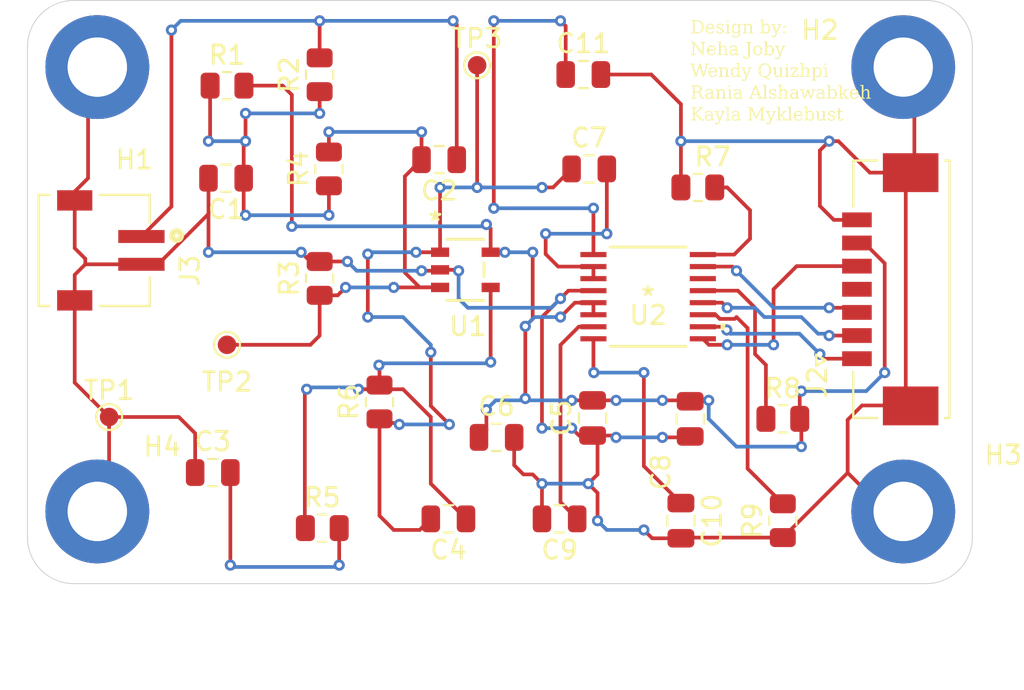
<source format=kicad_pcb>
(kicad_pcb (version 20240108) (generator "pcbnew") (generator_version "8.0")
  (layers (0 "F.Cu" signal) (31 "B.Cu" signal) (34 "B.Paste" user) (35 "F.Paste" user) (36 "B.SilkS" user "B.Silkscreen") (37 "F.SilkS" user "F.Silkscreen") (38 "B.Mask" user) (39 "F.Mask" user) (44 "Edge.Cuts" user))
  (net 0 "")
  (net 1 "Net-(C1-Pad1)")
  (net 2 "GND")
  (net 3 "Net-(U1-+IN)")
  (net 4 "Net-(C2-Pad1)")
  (net 5 "Net-(C3-Pad2)")
  (net 6 "Net-(U1-OUT)")
  (net 7 "Net-(U1--IN)")
  (net 8 "+3V3")
  (net 9 "Net-(U2-LIN)")
  (net 10 "Net-(U2-GSEL)")
  (net 11 "Net-(U2-REGO)")
  (net 12 "Net-(U2-VCOM)")
  (net 13 "Net-(U2-CKS)")
  (net 14 "Net-(U2-MCLK)")
  (net 15 "Net-(U2-SDTO)")
  (net 16 "Net-(U2-LRCK)")
  (net 17 "Net-(U2-BICK)")
  (net 19 "Net-(U2-FSEL)")
  (net 20 "Net-(U2-PDN)")
  (net 21 "unconnected-(U2-DIF{slash}TDMI-Pad14)")
  (footprint "Footprints:ADC" (layer "F.Cu") (at 161.7305 81.900002)
    (property "Reference" "U2" (at 0 1 0) (layer "F.SilkS"))
    (property "Value" "~")
    (fp_text user "*" (at 0 0 0) (layer "F.SilkS"))
    (fp_text user "*" (at 0 0 0) (layer "F.SilkS"))
    (pad "1" smd rect (at -2.95275 -2.274999) (size 1.4097 0.2794) (layers "F.Cu" "F.Paste" "F.Mask") (net 12 "Net-(U2-VCOM)"))
    (pad "2" smd rect (at -2.95275 -1.625001) (size 1.4097 0.2794) (layers "F.Cu" "F.Paste" "F.Mask") (net 9 "Net-(U2-LIN)"))
    (pad "3" smd rect (at -2.95275 -0.974999) (size 1.4097 0.2794) (layers "F.Cu" "F.Paste" "F.Mask") (net 9 "Net-(U2-LIN)"))
    (pad "4" smd rect (at -2.95275 -0.325001) (size 1.4097 0.2794) (layers "F.Cu" "F.Paste" "F.Mask") (net 2 "GND"))
    (pad "5" smd rect (at -2.95275 0.324998) (size 1.4097 0.2794) (layers "F.Cu" "F.Paste" "F.Mask") (net 8 "+3V3"))
    (pad "6" smd rect (at -2.95275 0.974999) (size 1.4097 0.2794) (layers "F.Cu" "F.Paste" "F.Mask") (net 8 "+3V3"))
    (pad "7" smd rect (at -2.95275 1.624998) (size 1.4097 0.2794) (layers "F.Cu" "F.Paste" "F.Mask") (net 10 "Net-(U2-GSEL)"))
    (pad "8" smd rect (at -2.95275 2.274999) (size 1.4097 0.2794) (layers "F.Cu" "F.Paste" "F.Mask") (net 11 "Net-(U2-REGO)"))
    (pad "9" smd rect (at 2.95275 2.274999) (size 1.4097 0.2794) (layers "F.Cu" "F.Paste" "F.Mask") (net 15 "Net-(U2-SDTO)"))
    (pad "10" smd rect (at 2.95275 1.625001) (size 1.4097 0.2794) (layers "F.Cu" "F.Paste" "F.Mask") (net 16 "Net-(U2-LRCK)"))
    (pad "11" smd rect (at 2.95275 0.974999) (size 1.4097 0.2794) (layers "F.Cu" "F.Paste" "F.Mask") (net 14 "Net-(U2-MCLK)"))
    (pad "12" smd rect (at 2.95275 0.325001) (size 1.4097 0.2794) (layers "F.Cu" "F.Paste" "F.Mask") (net 17 "Net-(U2-BICK)"))
    (pad "13" smd rect (at 2.95275 -0.324998) (size 1.4097 0.2794) (layers "F.Cu" "F.Paste" "F.Mask") (net 20 "Net-(U2-PDN)"))
    (pad "14" smd rect (at 2.95275 -0.974999) (size 1.4097 0.2794) (layers "F.Cu" "F.Paste" "F.Mask") (net 21 "unconnected-(U2-DIF{slash}TDMI-Pad14)"))
    (pad "15" smd rect (at 2.95275 -1.624998) (size 1.4097 0.2794) (layers "F.Cu" "F.Paste" "F.Mask") (net 19 "Net-(U2-FSEL)"))
    (pad "16" smd rect (at 2.95275 -2.274999) (size 1.4097 0.2794) (layers "F.Cu" "F.Paste" "F.Mask") (net 13 "Net-(U2-CKS)"))
  )
  (footprint "Resistor_SMD:R_0805_2012Metric" (layer "F.Cu") (at 144 80.9125 90)
    (property "Reference" "R3" (at 0 -1.65 90) (layer "F.SilkS"))
    (property "Value" "100k")
    (pad "1" smd roundrect (at -0.9125 0 90) (size 1.025 1.4) (layers "F.Cu" "F.Paste" "F.Mask") (roundrect_rratio 0.243902) (net 3 "Net-(U1-+IN)"))
    (pad "2" smd roundrect (at 0.9125 0 90) (size 1.025 1.4) (layers "F.Cu" "F.Paste" "F.Mask") (roundrect_rratio 0.243902) (net 2 "GND"))
  )
  (footprint "Capacitor_SMD:C_0805_2012Metric" (layer "F.Cu") (at 158.7305 88.450002 90)
    (property "Reference" "C5" (at 0 -1.68 90) (layer "F.SilkS"))
    (property "Value" "10u")
    (pad "1" smd roundrect (at -0.95 0 90) (size 1 1.45) (layers "F.Cu" "F.Paste" "F.Mask") (net 2 "GND"))
    (pad "2" smd roundrect (at 0.95 0 90) (size 1 1.45) (layers "F.Cu" "F.Paste" "F.Mask") (net 8 "+3V3"))
  )
  (footprint "TestPoint:TestPoint_Pad_D1.0mm" (layer "F.Cu") (at 132.636 88.400002)
    (property "Reference" "TP1" (at 0 -1.448 0) (layer "F.SilkS"))
    (property "Value" "TestPoint")
    (pad "1" smd circle (at 0 0) (size 1 1) (layers "F.Cu" "F.Mask") (net 2 "GND"))
  )
  (footprint "MountingHole:MountingHole_3.2mm_M3_DIN965_Pad" (layer "F.Cu") (at 132 93.5)
    (property "Reference" "H4" (at 3.5 -3.5 0) (layer "F.SilkS"))
    (property "Value" "MountingHole")
    (pad "1" thru_hole circle (at 0 0) (size 5.6 5.6) (drill 3.2) (layers "*.Cu" "*.Mask") (net 2 "GND"))
  )
  (footprint "Footprints:Mic_Conn" (layer "F.Cu") (at 132.2305 79.400002 -90)
    (property "Reference" "J3" (at 1.099998 -4.7695 90) (layer "F.SilkS"))
    (property "Value" "S2B-ZR-SM4A-TF_LF__SN_")
    (pad "1" smd rect (at -0.75 -2.15 270) (size 0.7 2.5) (layers "F.Cu" "F.Paste" "F.Mask") (net 4 "Net-(C2-Pad1)"))
    (pad "2" smd rect (at 0.75 -2.15 270) (size 0.7 2.5) (layers "F.Cu" "F.Paste" "F.Mask") (net 2 "GND"))
    (pad "S1" smd rect (at -2.7 1.45 270) (size 1.1 1.9) (layers "F.Cu" "F.Paste" "F.Mask") (net 2 "GND"))
    (pad "S2" smd rect (at 2.7 1.45 270) (size 1.1 1.9) (layers "F.Cu" "F.Paste" "F.Mask") (net 2 "GND"))
  )
  (footprint "" (layer "F.Cu") (at 132 93.5)
    (property "Reference" "" (at 0 0 0) (layer "F.SilkS") (effects (font (size 1.27 1.27))))
    (property "Value" "")
    (pad "1" thru_hole circle (at 0 0) (size 5.6 5.6) (drill 3.2) (layers "*.Cu" "*.Mask") (net 2 "GND"))
  )
  (footprint "Resistor_SMD:R_0805_2012Metric" (layer "F.Cu") (at 144.143 94.400002)
    (property "Reference" "R5" (at 0 -1.65 0) (layer "F.SilkS"))
    (property "Value" "1k")
    (pad "1" smd roundrect (at -0.9125 0) (size 1.025 1.4) (layers "F.Cu" "F.Paste" "F.Mask") (roundrect_rratio 0.243902) (net 7 "Net-(U1--IN)"))
    (pad "2" smd roundrect (at 0.9125 0) (size 1.025 1.4) (layers "F.Cu" "F.Paste" "F.Mask") (roundrect_rratio 0.243902) (net 5 "Net-(C3-Pad2)"))
  )
  (footprint "MountingHole:MountingHole_3.2mm_M3_DIN965_Pad" (layer "F.Cu") (at 175.5 93.5)
    (property "Reference" "H3" (at 5.4 -3.05 0) (layer "F.SilkS"))
    (property "Value" "MountingHole")
    (pad "1" thru_hole circle (at 0 0) (size 5.6 5.6) (drill 3.2) (layers "*.Cu" "*.Mask") (net 2 "GND"))
  )
  (footprint "Resistor_SMD:R_0805_2012Metric" (layer "F.Cu") (at 144.5 75 90)
    (property "Reference" "R4" (at 0 -1.65 90) (layer "F.SilkS"))
    (property "Value" "100k")
    (pad "1" smd roundrect (at -0.9125 0 90) (size 1.025 1.4) (layers "F.Cu" "F.Paste" "F.Mask") (roundrect_rratio 0.243902) (net 1 "Net-(C1-Pad1)"))
    (pad "2" smd roundrect (at 0.9125 0 90) (size 1.025 1.4) (layers "F.Cu" "F.Paste" "F.Mask") (roundrect_rratio 0.243902) (net 3 "Net-(U1-+IN)"))
  )
  (footprint "Footprints:Op-Amp" (layer "F.Cu") (at 151.86525 80.450001)
    (property "Reference" "U1" (at 0.13475 3.049999 0) (layer "F.SilkS"))
    (property "Value" "OPA1671IDBVR")
    (fp_text user "*" (at -1.61925 -2.601 0) (layer "F.SilkS"))
    (fp_text user "*" (at -1.61925 -2.601 0) (layer "F.SilkS"))
    (pad "1" smd rect (at -1.36525 -0.950001) (size 0.9779 0.508) (layers "F.Cu" "F.Paste" "F.Mask") (net 6 "Net-(U1-OUT)"))
    (pad "2" smd rect (at -1.36525 0) (size 0.9779 0.508) (layers "F.Cu" "F.Paste" "F.Mask") (net 2 "GND"))
    (pad "3" smd rect (at -1.36525 0.950001) (size 0.9779 0.508) (layers "F.Cu" "F.Paste" "F.Mask") (net 3 "Net-(U1-+IN)"))
    (pad "4" smd rect (at 1.36525 0.950001) (size 0.9779 0.508) (layers "F.Cu" "F.Paste" "F.Mask") (net 7 "Net-(U1--IN)"))
    (pad "5" smd rect (at 1.36525 -0.950001) (size 0.9779 0.508) (layers "F.Cu" "F.Paste" "F.Mask") (net 8 "+3V3"))
  )
  (footprint "Resistor_SMD:R_0805_2012Metric" (layer "F.Cu") (at 169 88.5)
    (property "Reference" "R8" (at 0 -1.65 0) (layer "F.SilkS"))
    (property "Value" "10k")
    (pad "1" smd roundrect (at -0.9125 0) (size 1.025 1.4) (layers "F.Cu" "F.Paste" "F.Mask") (roundrect_rratio 0.243902) (net 20 "Net-(U2-PDN)"))
    (pad "2" smd roundrect (at 0.9125 0) (size 1.025 1.4) (layers "F.Cu" "F.Paste" "F.Mask") (roundrect_rratio 0.243902) (net 8 "+3V3"))
  )
  (footprint "Capacitor_SMD:C_0805_2012Metric" (layer "F.Cu") (at 163.5 94 -90)
    (property "Reference" "C10" (at 0 -1.68 90) (layer "F.SilkS"))
    (property "Value" "1u")
    (pad "1" smd roundrect (at -0.95 0 270) (size 1 1.45) (layers "F.Cu" "F.Paste" "F.Mask") (net 11 "Net-(U2-REGO)"))
    (pad "2" smd roundrect (at 0.95 0 270) (size 1 1.45) (layers "F.Cu" "F.Paste" "F.Mask") (net 2 "GND"))
  )
  (footprint "Capacitor_SMD:C_0805_2012Metric" (layer "F.Cu") (at 156.95 93.900002 180)
    (property "Reference" "C9" (at 0 -1.68 0) (layer "F.SilkS"))
    (property "Value" "1u")
    (pad "1" smd roundrect (at -0.95 0 180) (size 1 1.45) (layers "F.Cu" "F.Paste" "F.Mask") (net 10 "Net-(U2-GSEL)"))
    (pad "2" smd roundrect (at 0.95 0 180) (size 1 1.45) (layers "F.Cu" "F.Paste" "F.Mask") (net 2 "GND"))
  )
  (footprint "Resistor_SMD:R_0805_2012Metric" (layer "F.Cu") (at 164.4125 76)
    (property "Reference" "R7" (at 0.8 -1.65 0) (layer "F.SilkS"))
    (property "Value" "18k")
    (pad "1" smd roundrect (at -0.9125 0) (size 1.025 1.4) (layers "F.Cu" "F.Paste" "F.Mask") (roundrect_rratio 0.243902) (net 2 "GND"))
    (pad "2" smd roundrect (at 0.9125 0) (size 1.025 1.4) (layers "F.Cu" "F.Paste" "F.Mask") (roundrect_rratio 0.243902) (net 13 "Net-(U2-CKS)"))
  )
  (footprint "Capacitor_SMD:C_0805_2012Metric" (layer "F.Cu") (at 138.2305 91.400002)
    (property "Reference" "C3" (at 0 -1.68 0) (layer "F.SilkS"))
    (property "Value" "500n")
    (pad "1" smd roundrect (at -0.95 0) (size 1 1.45) (layers "F.Cu" "F.Paste" "F.Mask") (net 2 "GND"))
    (pad "2" smd roundrect (at 0.95 0) (size 1 1.45) (layers "F.Cu" "F.Paste" "F.Mask") (net 5 "Net-(C3-Pad2)"))
  )
  (footprint "TestPoint:TestPoint_Pad_D1.0mm" (layer "F.Cu") (at 139 84.5)
    (property "Reference" "TP2" (at 0 2 0) (layer "F.SilkS"))
    (property "Value" "TestPoint")
    (pad "1" smd circle (at 0 0) (size 1 1) (layers "F.Cu" "F.Mask") (net 3 "Net-(U1-+IN)"))
  )
  (footprint "Capacitor_SMD:C_0805_2012Metric" (layer "F.Cu") (at 158.55 75)
    (property "Reference" "C7" (at 0 -1.68 0) (layer "F.SilkS"))
    (property "Value" "10u")
    (pad "1" smd roundrect (at -0.95 0) (size 1 1.45) (layers "F.Cu" "F.Paste" "F.Mask") (net 6 "Net-(U1-OUT)"))
    (pad "2" smd roundrect (at 0.95 0) (size 1 1.45) (layers "F.Cu" "F.Paste" "F.Mask") (net 9 "Net-(U2-LIN)"))
  )
  (footprint "Capacitor_SMD:C_0805_2012Metric" (layer "F.Cu") (at 164 88.5 90)
    (property "Reference" "C8" (at -2.874999 -1.5855 90) (layer "F.SilkS"))
    (property "Value" "1u")
    (pad "1" smd roundrect (at -0.95 0 90) (size 1 1.45) (layers "F.Cu" "F.Paste" "F.Mask") (net 2 "GND"))
    (pad "2" smd roundrect (at 0.95 0 90) (size 1 1.45) (layers "F.Cu" "F.Paste" "F.Mask") (net 8 "+3V3"))
  )
  (footprint "Resistor_SMD:R_0805_2012Metric" (layer "F.Cu") (at 147.2305 87.5875 90)
    (property "Reference" "R6" (at 0 -1.65 90) (layer "F.SilkS"))
    (property "Value" "9k")
    (pad "1" smd roundrect (at -0.9125 0 90) (size 1.025 1.4) (layers "F.Cu" "F.Paste" "F.Mask") (roundrect_rratio 0.243902) (net 6 "Net-(U1-OUT)"))
    (pad "2" smd roundrect (at 0.9125 0 90) (size 1.025 1.4) (layers "F.Cu" "F.Paste" "F.Mask") (roundrect_rratio 0.243902) (net 7 "Net-(U1--IN)"))
  )
  (footprint "Resistor_SMD:R_0805_2012Metric" (layer "F.Cu") (at 139 70.5)
    (property "Reference" "R1" (at 0 -1.65 0) (layer "F.SilkS"))
    (property "Value" "4.5k")
    (pad "1" smd roundrect (at -0.9125 0) (size 1.025 1.4) (layers "F.Cu" "F.Paste" "F.Mask") (roundrect_rratio 0.243902) (net 1 "Net-(C1-Pad1)"))
    (pad "2" smd roundrect (at 0.9125 0) (size 1.025 1.4) (layers "F.Cu" "F.Paste" "F.Mask") (roundrect_rratio 0.243902) (net 8 "+3V3"))
  )
  (footprint "Capacitor_SMD:C_0805_2012Metric" (layer "F.Cu") (at 153.55 89.5)
    (property "Reference" "C6" (at 0 -1.68 0) (layer "F.SilkS"))
    (property "Value" "10u")
    (pad "1" smd roundrect (at -0.95 0) (size 1 1.45) (layers "F.Cu" "F.Paste" "F.Mask") (net 8 "+3V3"))
    (pad "2" smd roundrect (at 0.95 0) (size 1 1.45) (layers "F.Cu" "F.Paste" "F.Mask") (net 2 "GND"))
  )
  (footprint "Footprints:MOLEX_connector" (layer "F.Cu") (at 175.4 81.5 90)
    (property "Reference" "J2" (at -5.025 -4.543 90) (layer "F.SilkS"))
    (property "Value" "532610771")
    (pad "1" smd rect (at -3.75 -2.4 90) (size 0.8 1.6) (layers "F.Cu" "F.Paste") (net 16 "Net-(U2-LRCK)"))
    (pad "2" smd rect (at -2.5 -2.4 90) (size 0.8 1.6) (layers "F.Cu" "F.Paste") (net 17 "Net-(U2-BICK)"))
    (pad "3" smd rect (at -1.25 -2.4 90) (size 0.8 1.6) (layers "F.Cu" "F.Paste") (net 19 "Net-(U2-FSEL)"))
    (pad "4" smd rect (at 0 -2.4 90) (size 0.8 1.6) (layers "F.Cu" "F.Paste"))
    (pad "5" smd rect (at 1.25 -2.4 90) (size 0.8 1.6) (layers "F.Cu" "F.Paste") (net 15 "Net-(U2-SDTO)"))
    (pad "6" smd rect (at 2.5 -2.4 90) (size 0.8 1.6) (layers "F.Cu" "F.Paste") (net 8 "+3V3"))
    (pad "7" smd rect (at 3.75 -2.4 90) (size 0.8 1.6) (layers "F.Cu" "F.Paste") (net 2 "GND"))
    (pad "S1" smd rect (at -6.3 0.5 90) (size 2.1 3) (layers "F.Cu" "F.Paste") (net 2 "GND"))
    (pad "S2" smd rect (at 6.3 0.5 90) (size 2.1 3) (layers "F.Cu" "F.Paste") (net 2 "GND"))
  )
  (footprint "" (layer "F.Cu") (at 132 69.5)
    (property "Reference" "" (at 0 0 0) (layer "F.SilkS") (effects (font (size 1.27 1.27))))
    (property "Value" "")
    (pad "1" thru_hole circle (at 0 0) (size 5.6 5.6) (drill 3.2) (layers "*.Cu" "*.Mask") (net 2 "GND"))
  )
  (footprint "Resistor_SMD:R_0805_2012Metric" (layer "F.Cu") (at 144 69.9125 90)
    (property "Reference" "R2" (at 0 -1.65 90) (layer "F.SilkS"))
    (property "Value" "10k")
    (pad "1" smd roundrect (at -0.9125 0 90) (size 1.025 1.4) (layers "F.Cu" "F.Paste" "F.Mask") (roundrect_rratio 0.243902) (net 1 "Net-(C1-Pad1)"))
    (pad "2" smd roundrect (at 0.9125 0 90) (size 1.025 1.4) (layers "F.Cu" "F.Paste" "F.Mask") (roundrect_rratio 0.243902) (net 4 "Net-(C2-Pad1)"))
  )
  (footprint "Capacitor_SMD:C_0805_2012Metric" (layer "F.Cu") (at 158.2305 69.900002)
    (property "Reference" "C11" (at 0 -1.68 0) (layer "F.SilkS"))
    (property "Value" "0.47u")
    (pad "1" smd roundrect (at -0.95 0) (size 1 1.45) (layers "F.Cu" "F.Paste" "F.Mask") (net 12 "Net-(U2-VCOM)"))
    (pad "2" smd roundrect (at 0.95 0) (size 1 1.45) (layers "F.Cu" "F.Paste" "F.Mask") (net 2 "GND"))
  )
  (footprint "" (layer "F.Cu") (at 175.5 93.5)
    (property "Reference" "" (at 0 0 0) (layer "F.SilkS") (effects (font (size 1.27 1.27))))
    (property "Value" "")
    (pad "1" thru_hole circle (at 0 0) (size 5.6 5.6) (drill 3.2) (layers "*.Cu" "*.Mask") (net 2 "GND"))
  )
  (footprint "MountingHole:MountingHole_3.2mm_M3_DIN965_Pad" (layer "F.Cu") (at 175.5 69.5)
    (property "Reference" "H2" (at -4.5 -2 0) (layer "F.SilkS"))
    (property "Value" "MountingHole")
    (pad "1" thru_hole circle (at 0 0) (size 5.6 5.6) (drill 3.2) (layers "*.Cu" "*.Mask") (net 2 "GND"))
  )
  (footprint "MountingHole:MountingHole_3.2mm_M3_DIN965_Pad" (layer "F.Cu") (at 132 69.5)
    (property "Reference" "H1" (at 2 5 0) (layer "F.SilkS"))
    (property "Value" "MountingHole")
    (pad "1" thru_hole circle (at 0 0) (size 5.6 5.6) (drill 3.2) (layers "*.Cu" "*.Mask") (net 2 "GND"))
  )
  (footprint "Resistor_SMD:R_0805_2012Metric" (layer "F.Cu") (at 169 94 90)
    (property "Reference" "R9" (at 0 -1.65 90) (layer "F.SilkS"))
    (property "Value" "10k")
    (pad "1" smd roundrect (at -0.9125 0 90) (size 1.025 1.4) (layers "F.Cu" "F.Paste" "F.Mask") (roundrect_rratio 0.243902) (net 2 "GND"))
    (pad "2" smd roundrect (at 0.9125 0 90) (size 1.025 1.4) (layers "F.Cu" "F.Paste" "F.Mask") (roundrect_rratio 0.243902) (net 14 "Net-(U2-MCLK)"))
  )
  (footprint "Capacitor_SMD:C_0805_2012Metric" (layer "F.Cu") (at 150.45 74.5 180)
    (property "Reference" "C2" (at 0 -1.68 0) (layer "F.SilkS"))
    (property "Value" "10u")
    (pad "1" smd roundrect (at -0.95 0 180) (size 1 1.45) (layers "F.Cu" "F.Paste" "F.Mask") (net 4 "Net-(C2-Pad1)"))
    (pad "2" smd roundrect (at 0.95 0 180) (size 1 1.45) (layers "F.Cu" "F.Paste" "F.Mask") (net 3 "Net-(U1-+IN)"))
  )
  (footprint "TestPoint:TestPoint_Pad_D1.0mm" (layer "F.Cu") (at 152.5 69.400002)
    (property "Reference" "TP3" (at 0 -1.448 0) (layer "F.SilkS"))
    (property "Value" "TestPoint")
    (pad "1" smd circle (at 0 0) (size 1 1) (layers "F.Cu" "F.Mask") (net 6 "Net-(U1-OUT)"))
  )
  (footprint "Capacitor_SMD:C_0805_2012Metric" (layer "F.Cu") (at 138.95 75.5 180)
    (property "Reference" "C1" (at 0 -1.68 0) (layer "F.SilkS"))
    (property "Value" "1u")
    (pad "1" smd roundrect (at -0.95 0 180) (size 1 1.45) (layers "F.Cu" "F.Paste" "F.Mask") (net 1 "Net-(C1-Pad1)"))
    (pad "2" smd roundrect (at 0.95 0 180) (size 1 1.45) (layers "F.Cu" "F.Paste" "F.Mask") (net 2 "GND"))
  )
  (footprint "Capacitor_SMD:C_0805_2012Metric" (layer "F.Cu") (at 150.95 93.900002 180)
    (property "Reference" "C4" (at 0 -1.68 0) (layer "F.SilkS"))
    (property "Value" "80n")
    (pad "1" smd roundrect (at -0.95 0 180) (size 1 1.45) (layers "F.Cu" "F.Paste" "F.Mask") (net 7 "Net-(U1--IN)"))
    (pad "2" smd roundrect (at 0.95 0 180) (size 1 1.45) (layers "F.Cu" "F.Paste" "F.Mask") (net 6 "Net-(U1-OUT)"))
  )
  (gr_line (start 179.2305 94.900002) (end 179.2305 68.400002) (stroke (width 0.05)) (layer "Edge.Cuts"))
  (gr_arc (start 179.2305 94.900002) (mid 178.498267 96.667769) (end 176.7305 97.400002) (stroke (width 0.05)) (layer "Edge.Cuts"))
  (gr_line (start 130.7305 97.400002) (end 176.7305 97.400002) (stroke (width 0.05)) (layer "Edge.Cuts"))
  (gr_arc (start 130.7305 97.400002) (mid 128.962733 96.667769) (end 128.2305 94.900002) (stroke (width 0.05)) (layer "Edge.Cuts"))
  (gr_arc (start 176.7305 65.900002) (mid 178.498267 66.632235) (end 179.2305 68.400002) (stroke (width 0.05)) (layer "Edge.Cuts"))
  (gr_arc (start 128.2305 68.400002) (mid 128.962733 66.632235) (end 130.7305 65.900002) (stroke (width 0.05)) (layer "Edge.Cuts"))
  (gr_line (start 176.7305 65.900002) (end 130.7305 65.900002) (stroke (width 0.05)) (layer "Edge.Cuts"))
  (gr_line (start 128.2305 68.400002) (end 128.2305 94.900002) (stroke (width 0.05)) (layer "Edge.Cuts"))
  (gr_text "Design by:\nNeha Joby\nWendy Quizhpi\nRania Alshawabkeh\nKayla Myklebust\n" (at 164 72.5 0) (layer "F.SilkS") (effects (font (size 0.7 0.7) (thickness 0.0875)) (justify left bottom)))
  (segment (start 140 72) (end 140 73.5) (width 0.2) (layer "F.Cu") (net 1))
  (segment (start 139.9 73.6) (end 139.9 75.5) (width 0.2) (layer "F.Cu") (net 1))
  (segment (start 139.9 75.5) (end 139.9 77.4) (width 0.2) (layer "F.Cu") (net 1))
  (segment (start 138.0875 70.5) (end 138.0875 73.4125) (width 0.2) (layer "F.Cu") (net 1))
  (segment (start 144.5 77.5) (end 144.5 75.9125) (width 0.2) (layer "F.Cu") (net 1))
  (segment (start 144 70.825) (end 144 72) (width 0.2) (layer "F.Cu") (net 1))
  (segment (start 140 73.5) (end 139.9 73.6) (width 0.2) (layer "F.Cu") (net 1))
  (segment (start 138.0875 73.4125) (end 138 73.5) (width 0.2) (layer "F.Cu") (net 1))
  (segment (start 139.9 77.4) (end 140 77.5) (width 0.2) (layer "F.Cu") (net 1))
  (via (at 140 77.5) (size 0.6) (drill 0.3) (layers "F.Cu" "B.Cu") (net 1))
  (via (at 144.5 77.5) (size 0.6) (drill 0.3) (layers "F.Cu" "B.Cu") (net 1))
  (via (at 140 73.5) (size 0.6) (drill 0.3) (layers "F.Cu" "B.Cu") (net 1))
  (via (at 144 72) (size 0.6) (drill 0.3) (layers "F.Cu" "B.Cu") (net 1))
  (via (at 138 73.5) (size 0.6) (drill 0.3) (layers "F.Cu" "B.Cu") (net 1))
  (via (at 140 72) (size 0.6) (drill 0.3) (layers "F.Cu" "B.Cu") (net 1))
  (segment (start 138 73.5) (end 140 73.5) (width 0.2) (layer "B.Cu") (net 1))
  (segment (start 140 77.5) (end 144.5 77.5) (width 0.2) (layer "B.Cu") (net 1))
  (segment (start 140 72) (end 144 72) (width 0.2) (layer "B.Cu") (net 1))
  (segment (start 171 77) (end 171 74) (width 0.2) (layer "F.Cu") (net 2))
  (segment (start 158.5 92) (end 159 92.5) (width 0.2) (layer "F.Cu") (net 2))
  (segment (start 169 94.9125) (end 163.5375 94.9125) (width 0.2) (layer "F.Cu") (net 2))
  (segment (start 143.5 80) (end 143 79.5) (width 0.2) (layer "F.Cu") (net 2))
  (segment (start 163.5 71.5) (end 161.900002 69.900002) (width 0.2) (layer "F.Cu") (net 2))
  (segment (start 158.7305 89.400002) (end 159.900002 89.400002) (width 0.2) (layer "F.Cu") (net 2))
  (segment (start 137.965251 77.465251) (end 135.2805 80.150002) (width 0.2) (layer "F.Cu") (net 2))
  (segment (start 131.349998 79.849998) (end 130.7805 79.2805) (width 0.2) (layer "F.Cu") (net 2))
  (segment (start 130.7805 80.7195) (end 130.7805 82.100002) (width 0.2) (layer "F.Cu") (net 2))
  (segment (start 159 91.5) (end 159 89.669502) (width 0.2) (layer "F.Cu") (net 2))
  (segment (start 131.349998 80.150002) (end 130.7805 80.7195) (width 0.2) (layer "F.Cu") (net 2))
  (segment (start 150.5 80.450001) (end 151.450001 80.450001) (width 0.2) (layer "F.Cu") (net 2))
  (segment (start 134.3805 80.150002) (end 131.349998 80.150002) (width 0.2) (layer "F.Cu") (net 2))
  (segment (start 172.5 91.4125) (end 172.5 88.550002) (width 0.2) (layer "F.Cu") (net 2))
  (segment (start 156 89) (end 156 83) (width 0.2) (layer "F.Cu") (net 2))
  (segment (start 149.5 80.5) (end 150.450001 80.5) (width 0.2) (layer "F.Cu") (net 2))
  (segment (start 136.400002 88.400002) (end 137.2805 89.2805) (width 0.2) (layer "F.Cu") (net 2))
  (segment (start 159 89.669502) (end 158.7305 89.400002) (width 0.2) (layer "F.Cu") (net 2))
  (segment (start 171.5 73.5) (end 172 73.5) (width 0.2) (layer "F.Cu") (net 2))
  (segment (start 163.5 73.5) (end 163.5 71.5) (width 0.2) (layer "F.Cu") (net 2))
  (segment (start 158.7305 89.400002) (end 158.000002 89.400002) (width 0.2) (layer "F.Cu") (net 2))
  (segment (start 144 80) (end 145.5 80) (width 0.2) (layer "F.Cu") (net 2))
  (segment (start 130.7805 76.700002) (end 130.7805 76.2195) (width 0.2) (layer "F.Cu") (net 2))
  (segment (start 173 77.75) (end 171.75 77.75) (width 0.2) (layer "F.Cu") (net 2))
  (segment (start 156 92) (end 156 93.900002) (width 0.2) (layer "F.Cu") (net 2))
  (segment (start 173.275001 87.775001) (end 175.636 87.775001) (width 0.2) (layer "F.Cu") (net 2))
  (segment (start 131.5 75.5) (end 131.5 69) (width 0.2) (layer "F.Cu") (net 2))
  (segment (start 130.7805 79.2805) (end 130.7805 76.700002) (width 0.2) (layer "F.Cu") (net 2))
  (segment (start 144 80) (end 143.5 80) (width 0.2) (layer "F.Cu") (net 2))
  (segment (start 176 94) (end 175.0875 94) (width 0.2) (layer "F.Cu") (net 2))
  (segment (start 171 74) (end 171.5 73.5) (width 0.2) (layer "F.Cu") (net 2))
  (segment (start 137.2805 89.2805) (end 137.2805 91.400002) (width 0.2) (layer "F.Cu") (net 2))
  (segment (start 151.450001 80.450001) (end 151.5 80.5) (width 0.2) (layer "F.Cu") (net 2))
  (segment (start 131.5 94) (end 131.5 92) (width 0.2) (layer "F.Cu") (net 2))
  (segment (start 163.95 89.5) (end 164 89.45) (width 0.2) (layer "F.Cu") (net 2))
  (segment (start 163.5375 94.9125) (end 163.5 94.95) (width 0.2) (layer "F.Cu") (net 2))
  (segment (start 175.636 69.514) (end 176.1 69.05) (width 0.2) (layer "F.Cu") (net 2))
  (segment (start 132.636 90.864) (end 132.636 88.400002) (width 0.2) (layer "F.Cu") (net 2))
  (segment (start 175.636 69.864) (end 176.5 69) (width 0.2) (layer "F.Cu") (net 2))
  (segment (start 162.5 89.5) (end 163.95 89.5) (width 0.2) (layer "F.Cu") (net 2))
  (segment (start 175.0875 94) (end 172.5 91.4125) (width 0.2) (layer "F.Cu") (net 2))
  (segment (start 157.424999 81.575001) (end 158.77775 81.575001) (width 0.2) (layer "F.Cu") (net 2))
  (segment (start 175.9 74.6) (end 176.1 74.4) (width 0.2) (layer "F.Cu") (net 2))
  (segment (start 169 94.9125) (end 172.5 91.4125) (width 0.2) (layer "F.Cu") (net 2))
  (segment (start 155 91.5) (end 155.5 91.5) (width 0.2) (layer "F.Cu") (net 2))
  (segment (start 130.7805 76.2195) (end 131.5 75.5) (width 0.2) (layer "F.Cu") (net 2))
  (segment (start 131.349998 80.150002) (end 131.349998 79.849998) (width 0.2) (layer "F.Cu") (net 2))
  (segment (start 176.1 74.4) (end 176.1 69.05) (width 0.2) (layer "F.Cu") (net 2))
  (segment (start 175.636 87.775001) (end 175.636 75.175001) (width 0.2) (layer "F.Cu") (net 2))
  (segment (start 158.5 92) (end 159 91.5) (width 0.2) (layer "F.Cu") (net 2))
  (segment (start 156 83) (end 157 82) (width 0.2) (layer "F.Cu") (net 2))
  (segment (start 138 77.430502) (end 137.965251 77.465251) (width 0.2) (layer "F.Cu") (net 2))
  (segment (start 138 77.5) (end 137.965251 77.465251) (width 0.2) (layer "F.Cu") (net 2))
  (segment (start 159 92.5) (end 159 94) (width 0.2) (layer "F.Cu") (net 2))
  (segment (start 159.900002 89.400002) (end 160 89.5) (width 0.2) (layer "F.Cu") (net 2))
  (segment (start 161.95 94.95) (end 163.5 94.95) (width 0.2) (layer "F.Cu") (net 2))
  (segment (start 173.7 75.2) (end 175.9 75.2) (width 0.2) (layer "F.Cu") (net 2))
  (segment (start 132.636 88.400002) (end 136.400002 88.400002) (width 0.2) (layer "F.Cu") (net 2))
  (segment (start 155 91.5) (end 154.5 91) (width 0.2) (layer "F.Cu") (net 2))
  (segment (start 131.5 92) (end 132.636 90.864) (width 0.2) (layer "F.Cu") (net 2))
  (segment (start 161.900002 69.900002) (end 159.1805 69.900002) (width 0.2) (layer "F.Cu") (net 2))
  (segment (start 175.9 75.2) (end 175.9 74.6) (width 0.2) (layer "F.Cu") (net 2))
  (segment (start 154.5 91) (end 154.5 89.5) (width 0.2) (layer "F.Cu") (net 2))
  (segment (start 155.5 91.5) (end 156 92) (width 0.2) (layer "F.Cu") (net 2))
  (segment (start 150.450001 80.5) (end 150.5 80.450001) (width 0.2) (layer "F.Cu") (net 2))
  (segment (start 161.5 94.5) (end 161.95 94.95) (width 0.2) (layer "F.Cu") (net 2))
  (segment (start 172.5 88.550002) (end 173.275001 87.775001) (width 0.2) (layer "F.Cu") (net 2))
  (segment (start 135.2805 80.150002) (end 134.3805 80.150002) (width 0.2) (layer "F.Cu") (net 2))
  (segment (start 138 79.5) (end 138 77.5) (width 0.2) (layer "F.Cu") (net 2))
  (segment (start 172 73.5) (end 173.7 75.2) (width 0.2) (layer "F.Cu") (net 2))
  (segment (start 130.7805 82.100002) (end 130.7805 86.544502) (width 0.2) (layer "F.Cu") (net 2))
  (segment (start 158.000002 89.400002) (end 157.6 89) (width 0.2) (layer "F.Cu") (net 2))
  (segment (start 171.75 77.75) (end 171 77) (width 0.2) (layer "F.Cu") (net 2))
  (segment (start 138 75.5) (end 138 77.430502) (width 0.2) (layer "F.Cu") (net 2))
  (segment (start 130.7805 86.544502) (end 132.636 88.400002) (width 0.2) (layer "F.Cu") (net 2))
  (segment (start 157 82) (end 157.424999 81.575001) (width 0.2) (layer "F.Cu") (net 2))
  (segment (start 163.5 76) (end 163.5 73.5) (width 0.2) (layer "F.Cu") (net 2))
  (via (at 149.5 80.5) (size 0.6) (drill 0.3) (layers "F.Cu" "B.Cu") (net 2))
  (via (at 145.5 80) (size 0.6) (drill 0.3) (layers "F.Cu" "B.Cu") (net 2))
  (via (at 171.5 73.5) (size 0.6) (drill 0.3) (layers "F.Cu" "B.Cu") (net 2))
  (via (at 161.5 94.5) (size 0.6) (drill 0.3) (layers "F.Cu" "B.Cu") (net 2))
  (via (at 138 79.5) (size 0.6) (drill 0.3) (layers "F.Cu" "B.Cu") (net 2))
  (via (at 157 82) (size 0.6) (drill 0.3) (layers "F.Cu" "B.Cu") (net 2))
  (via (at 157.6 89) (size 0.6) (drill 0.3) (layers "F.Cu" "B.Cu") (net 2))
  (via (at 160 89.5) (size 0.6) (drill 0.3) (layers "F.Cu" "B.Cu") (net 2))
  (via (at 143 79.5) (size 0.6) (drill 0.3) (layers "F.Cu" "B.Cu") (net 2))
  (via (at 159 94) (size 0.6) (drill 0.3) (layers "F.Cu" "B.Cu") (net 2))
  (via (at 163.5 73.5) (size 0.6) (drill 0.3) (layers "F.Cu" "B.Cu") (net 2))
  (via (at 158.5 92) (size 0.6) (drill 0.3) (layers "F.Cu" "B.Cu") (net 2))
  (via (at 151.5 80.5) (size 0.6) (drill 0.3) (layers "F.Cu" "B.Cu") (net 2))
  (via (at 162.5 89.5) (size 0.6) (drill 0.3) (layers "F.Cu" "B.Cu") (net 2))
  (via (at 156 89) (size 0.6) (drill 0.3) (layers "F.Cu" "B.Cu") (net 2))
  (via (at 156 92) (size 0.6) (drill 0.3) (layers "F.Cu" "B.Cu") (net 2))
  (segment (start 151.5 80.5) (end 151.5 82) (width 0.2) (layer "B.Cu") (net 2))
  (segment (start 156.5 82.5) (end 157 82) (width 0.2) (layer "B.Cu") (net 2))
  (segment (start 146 80.5) (end 149.5 80.5) (width 0.2) (layer "B.Cu") (net 2))
  (segment (start 145.5 80) (end 146 80.5) (width 0.2) (layer "B.Cu") (net 2))
  (segment (start 171.5 73.5) (end 163.5 73.5) (width 0.2) (layer "B.Cu") (net 2))
  (segment (start 160 89.5) (end 162.5 89.5) (width 0.2) (layer "B.Cu") (net 2))
  (segment (start 158.5 92) (end 156 92) (width 0.2) (layer "B.Cu") (net 2))
  (segment (start 143 79.5) (end 138 79.5) (width 0.2) (layer "B.Cu") (net 2))
  (segment (start 157.6 89) (end 156 89) (width 0.2) (layer "B.Cu") (net 2))
  (segment (start 161.5 94.5) (end 159.5 94.5) (width 0.2) (layer "B.Cu") (net 2))
  (segment (start 152 82.5) (end 156.5 82.5) (width 0.2) (layer "B.Cu") (net 2))
  (segment (start 159.5 94.5) (end 159 94) (width 0.2) (layer "B.Cu") (net 2))
  (segment (start 151.5 82) (end 152 82.5) (width 0.2) (layer "B.Cu") (net 2))
  (segment (start 149.5 74.5) (end 149.000062 74.999938) (width 0.2) (layer "F.Cu") (net 3))
  (segment (start 149.5 73) (end 149.5 74.5) (width 0.2) (layer "F.Cu") (net 3))
  (segment (start 148.6 80.6) (end 149.400002 81.400002) (width 0.2) (layer "F.Cu") (net 3))
  (segment (start 144.975 81.825) (end 144 81.825) (width 0.2) (layer "F.Cu") (net 3))
  (segment (start 144.5 74.0875) (end 144.5 73) (width 0.2) (layer "F.Cu") (net 3))
  (segment (start 148.000002 81.400002) (end 150.5 81.400002) (width 0.2) (layer "F.Cu") (net 3))
  (segment (start 139 84.5) (end 143.5 84.5) (width 0.2) (layer "F.Cu") (net 3))
  (segment (start 149.5 74.5) (end 148.6 75.4) (width 0.2) (layer "F.Cu") (net 3))
  (segment (start 148.6 75.4) (end 148.6 80.6) (width 0.2) (layer "F.Cu") (net 3))
  (segment (start 145.4 81.4) (end 144.975 81.825) (width 0.2) (layer "F.Cu") (net 3))
  (segment (start 149.400002 81.400002) (end 150.5 81.400002) (width 0.2) (layer "F.Cu") (net 3))
  (segment (start 144 84) (end 144 81.825) (width 0.2) (layer "F.Cu") (net 3))
  (segment (start 143.5 84.5) (end 144 84) (width 0.2) (layer "F.Cu") (net 3))
  (segment (start 148 81.4) (end 148.000002 81.400002) (width 0.2) (layer "F.Cu") (net 3))
  (via (at 149.5 73) (size 0.6) (drill 0.3) (layers "F.Cu" "B.Cu") (net 3))
  (via (at 144.5 73) (size 0.6) (drill 0.3) (layers "F.Cu" "B.Cu") (net 3))
  (via (at 145.4 81.4) (size 0.6) (drill 0.3) (layers "F.Cu" "B.Cu") (net 3))
  (via (at 148 81.4) (size 0.6) (drill 0.3) (layers "F.Cu" "B.Cu") (net 3))
  (segment (start 145.4 81.4) (end 148 81.4) (width 0.2) (layer "B.Cu") (net 3))
  (segment (start 144.5 73) (end 149.5 73) (width 0.2) (layer "B.Cu") (net 3))
  (segment (start 136 77.030502) (end 134.3805 78.650002) (width 0.2) (layer "F.Cu") (net 4))
  (segment (start 151.4 67.2) (end 151.4 74.5) (width 0.2) (layer "F.Cu") (net 4))
  (segment (start 136 67.5) (end 136 77.030502) (width 0.2) (layer "F.Cu") (net 4))
  (segment (start 144 69) (end 144 67) (width 0.2) (layer "F.Cu") (net 4))
  (segment (start 151.2 67) (end 151.4 67.2) (width 0.2) (layer "F.Cu") (net 4))
  (via (at 151.2 67) (size 0.6) (drill 0.3) (layers "F.Cu" "B.Cu") (net 4))
  (via (at 144 67) (size 0.6) (drill 0.3) (layers "F.Cu" "B.Cu") (net 4))
  (via (at 136 67.5) (size 0.6) (drill 0.3) (layers "F.Cu" "B.Cu") (net 4))
  (segment (start 136 67.5) (end 136.5 67) (width 0.2) (layer "B.Cu") (net 4))
  (segment (start 151.2 67) (end 144 67) (width 0.2) (layer "B.Cu") (net 4))
  (segment (start 136.5 67) (end 144 67) (width 0.2) (layer "B.Cu") (net 4))
  (segment (start 139.1805 96.4) (end 139.1805 91.400002) (width 0.2) (layer "F.Cu") (net 5))
  (segment (start 145.0555 96.4) (end 145.0555 94.400002) (width 0.2) (layer "F.Cu") (net 5))
  (via (at 145.0555 96.4) (size 0.6) (drill 0.3) (layers "F.Cu" "B.Cu") (net 5))
  (via (at 139.1805 96.4) (size 0.6) (drill 0.3) (layers "F.Cu" "B.Cu") (net 5))
  (segment (start 139.1805 96.4) (end 139.2805 96.5) (width 0.2) (layer "B.Cu") (net 5))
  (segment (start 139.2805 96.5) (end 144.9555 96.5) (width 0.2) (layer "B.Cu") (net 5))
  (segment (start 144.9555 96.5) (end 145.0555 96.4) (width 0.2) (layer "B.Cu") (net 5))
  (segment (start 156 76) (end 156.6 76) (width 0.2) (layer "F.Cu") (net 6))
  (segment (start 149.5 79.5) (end 149.2 79.5) (width 0.2) (layer "F.Cu") (net 6))
  (segment (start 148.3 88.8) (end 148.225002 88.725002) (width 0.2) (layer "F.Cu") (net 6))
  (segment (start 156.6 76) (end 157.6 75) (width 0.2) (layer "F.Cu") (net 6))
  (segment (start 150.5 79.5) (end 149.2 79.5) (width 0.2) (layer "F.Cu") (net 6))
  (segment (start 149.400002 94.5) (end 150 93.900002) (width 0.2) (layer "F.Cu") (net 6))
  (segment (start 148 94.5) (end 149.400002 94.5) (width 0.2) (layer "F.Cu") (net 6))
  (segment (start 148.225002 88.725002) (end 147.2305 88.725002) (width 0.2) (layer "F.Cu") (net 6))
  (segment (start 152.5 69.400002) (end 152.5 76) (width 0.2) (layer "F.Cu") (net 6))
  (segment (start 147.2305 93.7305) (end 148 94.5) (width 0.2) (layer "F.Cu") (net 6))
  (segment (start 147.2305 88.725002) (end 147.2305 93.7305) (width 0.2) (layer "F.Cu") (net 6))
  (segment (start 150 87.8) (end 151 88.8) (width 0.2) (layer "F.Cu") (net 6))
  (segment (start 150.5 79.5) (end 150.5 76) (width 0.2) (layer "F.Cu") (net 6))
  (segment (start 146.6 83) (end 146.6 79.6) (width 0.2) (layer "F.Cu") (net 6))
  (segment (start 150 84.9) (end 150 87.8) (width 0.2) (layer "F.Cu") (net 6))
  (via (at 152.5 76) (size 0.6) (drill 0.3) (layers "F.Cu" "B.Cu") (net 6))
  (via (at 146.6 79.6) (size 0.6) (drill 0.3) (layers "F.Cu" "B.Cu") (net 6))
  (via (at 150.5 76) (size 0.6) (drill 0.3) (layers "F.Cu" "B.Cu") (net 6))
  (via (at 156 76) (size 0.6) (drill 0.3) (layers "F.Cu" "B.Cu") (net 6))
  (via (at 151 88.8) (size 0.6) (drill 0.3) (layers "F.Cu" "B.Cu") (net 6))
  (via (at 150 84.9) (size 0.6) (drill 0.3) (layers "F.Cu" "B.Cu") (net 6))
  (via (at 148.3 88.8) (size 0.6) (drill 0.3) (layers "F.Cu" "B.Cu") (net 6))
  (via (at 146.6 83) (size 0.6) (drill 0.3) (layers "F.Cu" "B.Cu") (net 6))
  (via (at 149.2 79.5) (size 0.6) (drill 0.3) (layers "F.Cu" "B.Cu") (net 6))
  (segment (start 152.5 76) (end 156 76) (width 0.2) (layer "B.Cu") (net 6))
  (segment (start 151 88.8) (end 148.3 88.8) (width 0.2) (layer "B.Cu") (net 6))
  (segment (start 150.5 76) (end 152.5 76) (width 0.2) (layer "B.Cu") (net 6))
  (segment (start 149.2 79.5) (end 146.7 79.5) (width 0.2) (layer "B.Cu") (net 6))
  (segment (start 146.7 79.5) (end 146.6 79.6) (width 0.2) (layer "B.Cu") (net 6))
  (segment (start 150 84.5) (end 150 84.9) (width 0.2) (layer "B.Cu") (net 6))
  (segment (start 148.5 83) (end 150 84.5) (width 0.2) (layer "B.Cu") (net 6))
  (segment (start 146.6 83) (end 148.5 83) (width 0.2) (layer "B.Cu") (net 6))
  (segment (start 147.2305 86.900002) (end 148.500002 86.900002) (width 0.2) (layer "F.Cu") (net 7))
  (segment (start 143.2 94.369502) (end 143.2305 94.400002) (width 0.2) (layer "F.Cu") (net 7))
  (segment (start 150 92.000002) (end 151.9 93.900002) (width 0.2) (layer "F.Cu") (net 7))
  (segment (start 153.2305 85.4305) (end 153.2305 81.400002) (width 0.2) (layer "F.Cu") (net 7))
  (segment (start 146.099998 86.900002) (end 147.2305 86.900002) (width 0.2) (layer "F.Cu") (net 7))
  (segment (start 143.2 87) (end 143.2 94.369502) (width 0.2) (layer "F.Cu") (net 7))
  (segment (start 143.3 86.9) (end 143.2 87) (width 0.2) (layer "F.Cu") (net 7))
  (segment (start 147.2 85.6) (end 147.2305 85.6305) (width 0.2) (layer "F.Cu") (net 7))
  (segment (start 148.500002 86.900002) (end 150 88.4) (width 0.2) (layer "F.Cu") (net 7))
  (segment (start 147.2305 85.6305) (end 147.2305 86.900002) (width 0.2) (layer "F.Cu") (net 7))
  (segment (start 150 88.4) (end 150 92.000002) (width 0.2) (layer "F.Cu") (net 7))
  (via (at 147.2 85.6) (size 0.6) (drill 0.3) (layers "F.Cu" "B.Cu") (net 7))
  (via (at 153.2305 85.4305) (size 0.6) (drill 0.3) (layers "F.Cu" "B.Cu") (net 7))
  (via (at 143.3 86.9) (size 0.6) (drill 0.3) (layers "F.Cu" "B.Cu") (net 7))
  (via (at 146.099998 86.900002) (size 0.6) (drill 0.3) (layers "F.Cu" "B.Cu") (net 7))
  (segment (start 143.3 86.9) (end 143.4 86.8) (width 0.2) (layer "B.Cu") (net 7))
  (segment (start 145.999996 86.8) (end 146.099998 86.900002) (width 0.2) (layer "B.Cu") (net 7))
  (segment (start 143.4 86.8) (end 145.999996 86.8) (width 0.2) (layer "B.Cu") (net 7))
  (segment (start 153.161 85.5) (end 147.3 85.5) (width 0.2) (layer "B.Cu") (net 7))
  (segment (start 153.2305 85.4305) (end 153.161 85.5) (width 0.2) (layer "B.Cu") (net 7))
  (segment (start 147.3 85.5) (end 147.2 85.6) (width 0.2) (layer "B.Cu") (net 7))
  (segment (start 170 88.5875) (end 169.9125 88.5) (width 0.2) (layer "F.Cu") (net 8))
  (segment (start 155.5 79.5) (end 155.5 83.1) (width 0.2) (layer "F.Cu") (net 8))
  (segment (start 169.9125 88.5) (end 169.9125 87.0875) (width 0.2) (layer "F.Cu") (net 8))
  (segment (start 157.600002 87.500002) (end 157.6 87.5) (width 0.2) (layer "F.Cu") (net 8))
  (segment (start 163.95 87.5) (end 164 87.55) (width 0.2) (layer "F.Cu") (net 8))
  (segment (start 155.5 83.1) (end 155.1 83.5) (width 0.2) (layer "F.Cu") (net 8))
  (segment (start 142.5 78.1) (end 142.5 71) (width 0.2) (layer "F.Cu") (net 8))
  (segment (start 155.1 86.5) (end 155.1 87.4) (width 0.2) (layer "F.Cu") (net 8))
  (segment (start 174.5 80.1) (end 173.4 79) (width 0.2) (layer "F.Cu") (net 8))
  (segment (start 164.95 87.55) (end 165 87.5) (width 0.2) (layer "F.Cu") (net 8))
  (segment (start 142 70.5) (end 139.9125 70.5) (width 0.2) (layer "F.Cu") (net 8))
  (segment (start 160 87.5) (end 158.730502 87.5) (width 0.2) (layer "F.Cu") (net 8))
  (segment (start 153.2305 79.5) (end 153.2305 78.2305) (width 0.2) (layer "F.Cu") (net 8))
  (segment (start 158.77775 82.225) (end 158.77775 82.875001) (width 0.2) (layer "F.Cu") (net 8))
  (segment (start 153 89.1) (end 152.6 89.5) (width 0.2) (layer "F.Cu") (net 8))
  (segment (start 162.5 87.5) (end 163.95 87.5) (width 0.2) (layer "F.Cu") (net 8))
  (segment (start 158.7305 87.500002) (end 157.600002 87.500002) (width 0.2) (layer "F.Cu") (net 8))
  (segment (start 172.736 78.975001) (end 172.336 78.975001) (width 0.2) (layer "F.Cu") (net 8))
  (segment (start 164 87.55) (end 164.95 87.55) (width 0.2) (layer "F.Cu") (net 8))
  (segment (start 158.77775 82.225) (end 157.775 82.225) (width 0.2) (layer "F.Cu") (net 8))
  (segment (start 170 90) (end 170 88.5875) (width 0.2) (layer "F.Cu") (net 8))
  (segment (start 142.5 71) (end 142 70.5) (width 0.2) (layer "F.Cu") (net 8))
  (segment (start 157.775 82.225) (end 157 83) (width 0.2) (layer "F.Cu") (net 8))
  (segment (start 153.2305 79.5) (end 154 79.5) (width 0.2) (layer "F.Cu") (net 8))
  (segment (start 155.1 83.5) (end 155.1 86.5) (width 0.2) (layer "F.Cu") (net 8))
  (segment (start 153.2305 78.2305) (end 153 78) (width 0.2) (layer "F.Cu") (net 8))
  (segment (start 169.9125 87.0875) (end 170 87) (width 0.2) (layer "F.Cu") (net 8))
  (segment (start 174.5 86) (end 174.5 80.1) (width 0.2) (layer "F.Cu") (net 8))
  (segment (start 173.4 79) (end 173 79) (width 0.2) (layer "F.Cu") (net 8))
  (segment (start 158.730502 87.5) (end 158.7305 87.500002) (width 0.2) (layer "F.Cu") (net 8))
  (segment (start 155 87.5) (end 155.1 87.4) (width 0.2) (layer "F.Cu") (net 8))
  (segment (start 153 88) (end 153 89.1) (width 0.2) (layer "F.Cu") (net 8))
  (via (at 174.5 86) (size 0.6) (drill 0.3) (layers "F.Cu" "B.Cu") (net 8))
  (via (at 170 90) (size 0.6) (drill 0.3) (layers "F.Cu" "B.Cu") (net 8))
  (via (at 155.1 87.4) (size 0.6) (drill 0.3) (layers "F.Cu" "B.Cu") (net 8))
  (via (at 170 87) (size 0.6) (drill 0.3) (layers "F.Cu" "B.Cu") (net 8))
  (via (at 155.5 79.5) (size 0.6) (drill 0.3) (layers "F.Cu" "B.Cu") (net 8))
  (via (at 165 87.5) (size 0.6) (drill 0.3) (layers "F.Cu" "B.Cu") (net 8))
  (via (at 153 78) (size 0.6) (drill 0.3) (layers "F.Cu" "B.Cu") (net 8))
  (via (at 157 83) (size 0.6) (drill 0.3) (layers "F.Cu" "B.Cu") (net 8))
  (via (at 162.5 87.5) (size 0.6) (drill 0.3) (layers "F.Cu" "B.Cu") (net 8))
  (via (at 154 79.5) (size 0.6) (drill 0.3) (layers "F.Cu" "B.Cu") (net 8))
  (via (at 155.1 83.5) (size 0.6) (drill 0.3) (layers "F.Cu" "B.Cu") (net 8))
  (via (at 153 88) (size 0.6) (drill 0.3) (layers "F.Cu" "B.Cu") (net 8))
  (via (at 142.5 78.1) (size 0.6) (drill 0.3) (layers "F.Cu" "B.Cu") (net 8))
  (via (at 157.6 87.5) (size 0.6) (drill 0.3) (layers "F.Cu" "B.Cu") (net 8))
  (via (at 160 87.5) (size 0.6) (drill 0.3) (layers "F.Cu" "B.Cu") (net 8))
  (segment (start 157.6 87.5) (end 153.5 87.5) (width 0.2) (layer "B.Cu") (net 8))
  (segment (start 165 87.5) (end 165 88.5) (width 0.2) (layer "B.Cu") (net 8))
  (segment (start 166.5 90) (end 170 90) (width 0.2) (layer "B.Cu") (net 8))
  (segment (start 153 78) (end 152.9 78.1) (width 0.2) (layer "B.Cu") (net 8))
  (segment (start 170 87) (end 173.5 87) (width 0.2) (layer "B.Cu") (net 8))
  (segment (start 155.6 83) (end 155.1 83.5) (width 0.2) (layer "B.Cu") (net 8))
  (segment (start 160 87.5) (end 162.5 87.5) (width 0.2) (layer "B.Cu") (net 8))
  (segment (start 154 79.5) (end 155.5 79.5) (width 0.2) (layer "B.Cu") (net 8))
  (segment (start 157 83) (end 155.6 83) (width 0.2) (layer "B.Cu") (net 8))
  (segment (start 173.5 87) (end 174.5 86) (width 0.2) (layer "B.Cu") (net 8))
  (segment (start 155.1 87.4) (end 155 87.5) (width 0.2) (layer "B.Cu") (net 8))
  (segment (start 152.9 78.1) (end 142.5 78.1) (width 0.2) (layer "B.Cu") (net 8))
  (segment (start 153.5 87.5) (end 153 88) (width 0.2) (layer "B.Cu") (net 8))
  (segment (start 165 88.5) (end 166.5 90) (width 0.2) (layer "B.Cu") (net 8))
  (segment (start 156.2 78.5) (end 156.2 79.6) (width 0.2) (layer "F.Cu") (net 9))
  (segment (start 156.2 79.6) (end 156.875001 80.275001) (width 0.2) (layer "F.Cu") (net 9))
  (segment (start 158.77775 80.275001) (end 158.77775 80.925003) (width 0.2) (layer "F.Cu") (net 9))
  (segment (start 156.875001 80.275001) (end 158.77775 80.275001) (width 0.2) (layer "F.Cu") (net 9))
  (segment (start 159.5 75) (end 159.5 78.5) (width 0.2) (layer "F.Cu") (net 9))
  (via (at 159.5 78.5) (size 0.6) (drill 0.3) (layers "F.Cu" "B.Cu") (net 9))
  (via (at 156.2 78.5) (size 0.6) (drill 0.3) (layers "F.Cu" "B.Cu") (net 9))
  (segment (start 159.5 78.5) (end 156.2 78.5) (width 0.2) (layer "B.Cu") (net 9))
  (segment (start 157 93) (end 157 84.508201) (width 0.2) (layer "F.Cu") (net 10))
  (segment (start 157 84.508201) (end 157.983201 83.525) (width 0.2) (layer "F.Cu") (net 10))
  (segment (start 157.9 93.900002) (end 157.9 93.9) (width 0.2) (layer "F.Cu") (net 10))
  (segment (start 157.983201 83.525) (end 158.77775 83.525) (width 0.2) (layer "F.Cu") (net 10))
  (segment (start 157.9 93.9) (end 157 93) (width 0.2) (layer "F.Cu") (net 10))
  (segment (start 161.5 86) (end 161.5 91.05) (width 0.2) (layer "F.Cu") (net 11))
  (segment (start 158.8 86) (end 158.77775 85.97775) (width 0.2) (layer "F.Cu") (net 11))
  (segment (start 161.5 91.05) (end 163.5 93.05) (width 0.2) (layer "F.Cu") (net 11))
  (segment (start 158.77775 85.97775) (end 158.77775 84.175001) (width 0.2) (layer "F.Cu") (net 11))
  (via (at 161.5 86) (size 0.6) (drill 0.3) (layers "F.Cu" "B.Cu") (net 11))
  (via (at 158.8 86) (size 0.6) (drill 0.3) (layers "F.Cu" "B.Cu") (net 11))
  (segment (start 158.8 86) (end 161.5 86) (width 0.2) (layer "B.Cu") (net 11))
  (segment (start 157.2805 67.2805) (end 157.2805 69.900002) (width 0.2) (layer "F.Cu") (net 12))
  (segment (start 158.77775 77.12225) (end 158.77775 79.625003) (width 0.2) (layer "F.Cu") (net 12))
  (segment (start 157 67) (end 157.2805 67.2805) (width 0.2) (layer "F.Cu") (net 12))
  (segment (start 153.4 77.12225) (end 153.4 67) (width 0.2) (layer "F.Cu") (net 12))
  (via (at 153.4 67) (size 0.6) (drill 0.3) (layers "F.Cu" "B.Cu") (net 12))
  (via (at 158.77775 77.12225) (size 0.6) (drill 0.3) (layers "F.Cu" "B.Cu") (net 12))
  (via (at 153.4 77.12225) (size 0.6) (drill 0.3) (layers "F.Cu" "B.Cu") (net 12))
  (via (at 157 67) (size 0.6) (drill 0.3) (layers "F.Cu" "B.Cu") (net 12))
  (segment (start 153.4 67) (end 157 67) (width 0.2) (layer "B.Cu") (net 12))
  (segment (start 153.4 77.12225) (end 158.77775 77.12225) (width 0.2) (layer "B.Cu") (net 12))
  (segment (start 165.325 76) (end 166 76) (width 0.2) (layer "F.Cu") (net 13))
  (segment (start 166 76) (end 167.2305 77.2305) (width 0.2) (layer "F.Cu") (net 13))
  (segment (start 166.374997 79.625003) (end 164.68325 79.625003) (width 0.2) (layer "F.Cu") (net 13))
  (segment (start 167.2305 78.7695) (end 166.374997 79.625003) (width 0.2) (layer "F.Cu") (net 13))
  (segment (start 167.2305 77.2305) (end 167.2305 78.7695) (width 0.2) (layer "F.Cu") (net 13))
  (segment (start 166.5 83) (end 167.1 83.6) (width 0.2) (layer "F.Cu") (net 14))
  (segment (start 166.4 83.1) (end 166.5 83) (width 0.2) (layer "F.Cu") (net 14))
  (segment (start 167.1 83.6) (end 167.1 91.1875) (width 0.2) (layer "F.Cu") (net 14))
  (segment (start 165.6 83.1) (end 166.4 83.1) (width 0.2) (layer "F.Cu") (net 14))
  (segment (start 167.1 91.1875) (end 169 93.0875) (width 0.2) (layer "F.Cu") (net 14))
  (segment (start 164.68325 82.875001) (end 165.375001 82.875001) (width 0.2) (layer "F.Cu") (net 14))
  (segment (start 165.375001 82.875001) (end 165.6 83.1) (width 0.2) (layer "F.Cu") (net 14))
  (segment (start 165.008249 84.5) (end 164.68325 84.175001) (width 0.2) (layer "F.Cu") (net 15))
  (segment (start 169.75 80.25) (end 173 80.25) (width 0.2) (layer "F.Cu") (net 15))
  (segment (start 168.5 81.5) (end 169.75 80.25) (width 0.2) (layer "F.Cu") (net 15))
  (segment (start 166 84.5) (end 165.008249 84.5) (width 0.2) (layer "F.Cu") (net 15))
  (segment (start 168.5 84.5) (end 168.5 81.5) (width 0.2) (layer "F.Cu") (net 15))
  (via (at 168.5 84.5) (size 0.6) (drill 0.3) (layers "F.Cu" "B.Cu") (net 15))
  (via (at 166 84.5) (size 0.6) (drill 0.3) (layers "F.Cu" "B.Cu") (net 15))
  (segment (start 168.5 84.5) (end 166 84.5) (width 0.2) (layer "B.Cu") (net 15))
  (segment (start 164.68325 83.525003) (end 165.800738 83.525003) (width 0.2) (layer "F.Cu") (net 16))
  (segment (start 165.800738 83.525003) (end 165.975735 83.7) (width 0.2) (layer "F.Cu") (net 16))
  (segment (start 171.25 85.25) (end 173 85.25) (width 0.2) (layer "F.Cu") (net 16))
  (segment (start 171 85) (end 171.25 85.25) (width 0.2) (layer "F.Cu") (net 16))
  (via (at 171 85) (size 0.6) (drill 0.3) (layers "F.Cu" "B.Cu") (net 16))
  (via (at 165.975735 83.7) (size 0.6) (drill 0.3) (layers "F.Cu" "B.Cu") (net 16))
  (segment (start 169.9 83.9) (end 171 85) (width 0.2) (layer "B.Cu") (net 16))
  (segment (start 166.175735 83.9) (end 169.9 83.9) (width 0.2) (layer "B.Cu") (net 16))
  (segment (start 165.975735 83.7) (end 166.175735 83.9) (width 0.2) (layer "B.Cu") (net 16))
  (segment (start 173 84) (end 171.5 84) (width 0.2) (layer "F.Cu") (net 17))
  (segment (start 166 82.5) (end 165.725003 82.225003) (width 0.2) (layer "F.Cu") (net 17))
  (segment (start 165.725003 82.225003) (end 164.68325 82.225003) (width 0.2) (layer "F.Cu") (net 17))
  (via (at 166 82.5) (size 0.6) (drill 0.3) (layers "F.Cu" "B.Cu") (net 17))
  (via (at 171.5 84) (size 0.6) (drill 0.3) (layers "F.Cu" "B.Cu") (net 17))
  (segment (start 170 83) (end 168 83) (width 0.2) (layer "B.Cu") (net 17))
  (segment (start 167.5 82.5) (end 166 82.5) (width 0.2) (layer "B.Cu") (net 17))
  (segment (start 171.5 84) (end 171.4 83.9) (width 0.2) (layer "B.Cu") (net 17))
  (segment (start 170.9 83.9) (end 170 83) (width 0.2) (layer "B.Cu") (net 17))
  (segment (start 171.4 83.9) (end 170.9 83.9) (width 0.2) (layer "B.Cu") (net 17))
  (segment (start 168 83) (end 167.5 82.5) (width 0.2) (layer "B.Cu") (net 17))
  (segment (start 164.68325 80.275004) (end 166.275004 80.275004) (width 0.2) (layer "F.Cu") (net 19))
  (segment (start 172.75 82.5) (end 173 82.75) (width 0.2) (layer "F.Cu") (net 19))
  (segment (start 171.5 82.5) (end 172.75 82.5) (width 0.2) (layer "F.Cu") (net 19))
  (segment (start 166.275004 80.275004) (end 166.5 80.5) (width 0.2) (layer "F.Cu") (net 19))
  (via (at 166.5 80.5) (size 0.6) (drill 0.3) (layers "F.Cu" "B.Cu") (net 19))
  (via (at 171.5 82.5) (size 0.6) (drill 0.3) (layers "F.Cu" "B.Cu") (net 19))
  (segment (start 168.5 82.5) (end 171.5 82.5) (width 0.2) (layer "B.Cu") (net 19))
  (segment (start 166.5 80.5) (end 168.5 82.5) (width 0.2) (layer "B.Cu") (net 19))
  (segment (start 164.68325 81.575004) (end 166.575004 81.575004) (width 0.2) (layer "F.Cu") (net 20))
  (segment (start 166.575004 81.575004) (end 167.5 82.5) (width 0.2) (layer "F.Cu") (net 20))
  (segment (start 167.5 82.5) (end 167.5 85) (width 0.2) (layer "F.Cu") (net 20))
  (segment (start 167.5 85) (end 168.0875 85.5875) (width 0.2) (layer "F.Cu") (net 20))
  (segment (start 168.0875 85.5875) (end 168.0875 88.5) (width 0.2) (layer "F.Cu") (net 20))
  (segment (start 164.688289 80.919964) (end 164.68325 80.925003) (width 0.2) (layer "F.Cu") (net 21))
)
</source>
